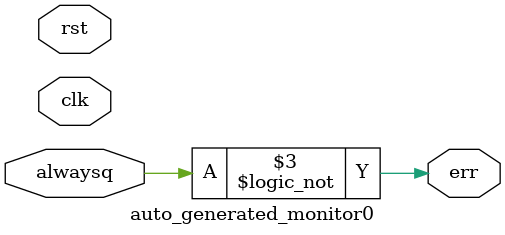
<source format=v>
`timescale 1ns / 1ps



module auto_generated_monitor0 (
    input clk,
    input rst,    
    input alwaysq,
	output err
    );

    reg mainformula;     //just for debugging
        
        

    
  always @(posedge clk) begin

    if(rst === 1'b1) begin
      mainformula <=1'b1;
      
    end
    else begin
	
	mainformula <= alwaysq   ;
	

    end
  end

  assign err = !(alwaysq   );
    
endmodule



</source>
